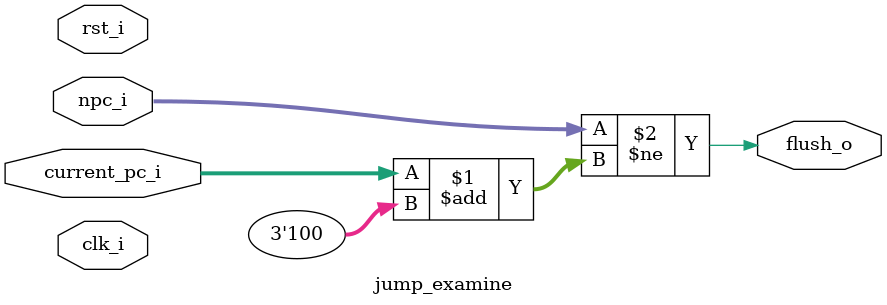
<source format=v>
`timescale 1ns / 1ps


module jump_examine #(
    parameter JALR_OPCODE = 7'b1100111,
    parameter B_OPCODE = 7'b1100011,
    parameter JAL_OPCODE = 7'b1101111
)
(
    input clk_i,
    input rst_i,
    input [31:0] npc_i,
    input [31:0] current_pc_i,
    output flush_o
    );
    // reg [31:0] pc_1;
    // reg [31:0] pc_2;
    // always @(posedge clk_i or posedge rst_i) begin
    //     if(rst_i) begin
    //         pc_1 <= 32'hfffffffc;
    //         pc_2 <= 32'hfffffffc;
    //     end
    //     else begin
    //         pc_2 <= pc_1;
    //         pc_1 <= current_pc_i;
    //     end
    // end
    assign flush_o = (npc_i!=current_pc_i+3'h4); 
endmodule

</source>
